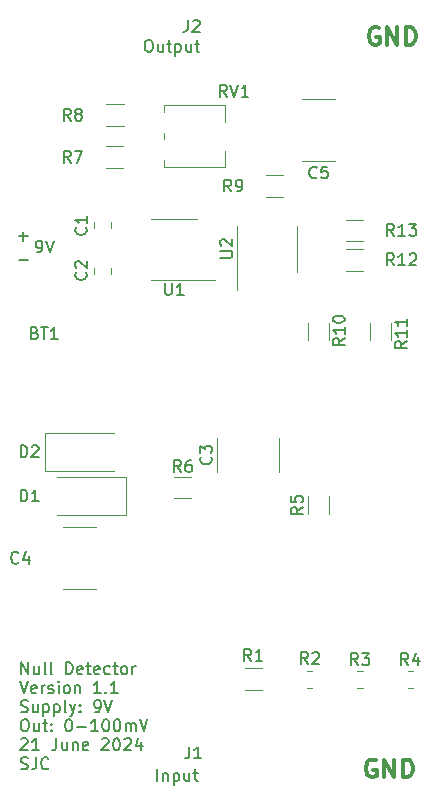
<source format=gbr>
%TF.GenerationSoftware,KiCad,Pcbnew,7.0.10*%
%TF.CreationDate,2024-06-24T21:04:26-04:00*%
%TF.ProjectId,nulldetector,6e756c6c-6465-4746-9563-746f722e6b69,rev?*%
%TF.SameCoordinates,Original*%
%TF.FileFunction,Legend,Top*%
%TF.FilePolarity,Positive*%
%FSLAX46Y46*%
G04 Gerber Fmt 4.6, Leading zero omitted, Abs format (unit mm)*
G04 Created by KiCad (PCBNEW 7.0.10) date 2024-06-24 21:04:26*
%MOMM*%
%LPD*%
G01*
G04 APERTURE LIST*
%ADD10C,0.150000*%
%ADD11C,0.300000*%
%ADD12C,0.120000*%
G04 APERTURE END LIST*
D10*
X138586779Y-147869819D02*
X138586779Y-146869819D01*
X139062969Y-147203152D02*
X139062969Y-147869819D01*
X139062969Y-147298390D02*
X139110588Y-147250771D01*
X139110588Y-147250771D02*
X139205826Y-147203152D01*
X139205826Y-147203152D02*
X139348683Y-147203152D01*
X139348683Y-147203152D02*
X139443921Y-147250771D01*
X139443921Y-147250771D02*
X139491540Y-147346009D01*
X139491540Y-147346009D02*
X139491540Y-147869819D01*
X139967731Y-147203152D02*
X139967731Y-148203152D01*
X139967731Y-147250771D02*
X140062969Y-147203152D01*
X140062969Y-147203152D02*
X140253445Y-147203152D01*
X140253445Y-147203152D02*
X140348683Y-147250771D01*
X140348683Y-147250771D02*
X140396302Y-147298390D01*
X140396302Y-147298390D02*
X140443921Y-147393628D01*
X140443921Y-147393628D02*
X140443921Y-147679342D01*
X140443921Y-147679342D02*
X140396302Y-147774580D01*
X140396302Y-147774580D02*
X140348683Y-147822200D01*
X140348683Y-147822200D02*
X140253445Y-147869819D01*
X140253445Y-147869819D02*
X140062969Y-147869819D01*
X140062969Y-147869819D02*
X139967731Y-147822200D01*
X141301064Y-147203152D02*
X141301064Y-147869819D01*
X140872493Y-147203152D02*
X140872493Y-147726961D01*
X140872493Y-147726961D02*
X140920112Y-147822200D01*
X140920112Y-147822200D02*
X141015350Y-147869819D01*
X141015350Y-147869819D02*
X141158207Y-147869819D01*
X141158207Y-147869819D02*
X141253445Y-147822200D01*
X141253445Y-147822200D02*
X141301064Y-147774580D01*
X141634398Y-147203152D02*
X142015350Y-147203152D01*
X141777255Y-146869819D02*
X141777255Y-147726961D01*
X141777255Y-147726961D02*
X141824874Y-147822200D01*
X141824874Y-147822200D02*
X141920112Y-147869819D01*
X141920112Y-147869819D02*
X142015350Y-147869819D01*
X127086779Y-138819819D02*
X127086779Y-137819819D01*
X127086779Y-137819819D02*
X127658207Y-138819819D01*
X127658207Y-138819819D02*
X127658207Y-137819819D01*
X128562969Y-138153152D02*
X128562969Y-138819819D01*
X128134398Y-138153152D02*
X128134398Y-138676961D01*
X128134398Y-138676961D02*
X128182017Y-138772200D01*
X128182017Y-138772200D02*
X128277255Y-138819819D01*
X128277255Y-138819819D02*
X128420112Y-138819819D01*
X128420112Y-138819819D02*
X128515350Y-138772200D01*
X128515350Y-138772200D02*
X128562969Y-138724580D01*
X129182017Y-138819819D02*
X129086779Y-138772200D01*
X129086779Y-138772200D02*
X129039160Y-138676961D01*
X129039160Y-138676961D02*
X129039160Y-137819819D01*
X129705827Y-138819819D02*
X129610589Y-138772200D01*
X129610589Y-138772200D02*
X129562970Y-138676961D01*
X129562970Y-138676961D02*
X129562970Y-137819819D01*
X130848685Y-138819819D02*
X130848685Y-137819819D01*
X130848685Y-137819819D02*
X131086780Y-137819819D01*
X131086780Y-137819819D02*
X131229637Y-137867438D01*
X131229637Y-137867438D02*
X131324875Y-137962676D01*
X131324875Y-137962676D02*
X131372494Y-138057914D01*
X131372494Y-138057914D02*
X131420113Y-138248390D01*
X131420113Y-138248390D02*
X131420113Y-138391247D01*
X131420113Y-138391247D02*
X131372494Y-138581723D01*
X131372494Y-138581723D02*
X131324875Y-138676961D01*
X131324875Y-138676961D02*
X131229637Y-138772200D01*
X131229637Y-138772200D02*
X131086780Y-138819819D01*
X131086780Y-138819819D02*
X130848685Y-138819819D01*
X132229637Y-138772200D02*
X132134399Y-138819819D01*
X132134399Y-138819819D02*
X131943923Y-138819819D01*
X131943923Y-138819819D02*
X131848685Y-138772200D01*
X131848685Y-138772200D02*
X131801066Y-138676961D01*
X131801066Y-138676961D02*
X131801066Y-138296009D01*
X131801066Y-138296009D02*
X131848685Y-138200771D01*
X131848685Y-138200771D02*
X131943923Y-138153152D01*
X131943923Y-138153152D02*
X132134399Y-138153152D01*
X132134399Y-138153152D02*
X132229637Y-138200771D01*
X132229637Y-138200771D02*
X132277256Y-138296009D01*
X132277256Y-138296009D02*
X132277256Y-138391247D01*
X132277256Y-138391247D02*
X131801066Y-138486485D01*
X132562971Y-138153152D02*
X132943923Y-138153152D01*
X132705828Y-137819819D02*
X132705828Y-138676961D01*
X132705828Y-138676961D02*
X132753447Y-138772200D01*
X132753447Y-138772200D02*
X132848685Y-138819819D01*
X132848685Y-138819819D02*
X132943923Y-138819819D01*
X133658209Y-138772200D02*
X133562971Y-138819819D01*
X133562971Y-138819819D02*
X133372495Y-138819819D01*
X133372495Y-138819819D02*
X133277257Y-138772200D01*
X133277257Y-138772200D02*
X133229638Y-138676961D01*
X133229638Y-138676961D02*
X133229638Y-138296009D01*
X133229638Y-138296009D02*
X133277257Y-138200771D01*
X133277257Y-138200771D02*
X133372495Y-138153152D01*
X133372495Y-138153152D02*
X133562971Y-138153152D01*
X133562971Y-138153152D02*
X133658209Y-138200771D01*
X133658209Y-138200771D02*
X133705828Y-138296009D01*
X133705828Y-138296009D02*
X133705828Y-138391247D01*
X133705828Y-138391247D02*
X133229638Y-138486485D01*
X134562971Y-138772200D02*
X134467733Y-138819819D01*
X134467733Y-138819819D02*
X134277257Y-138819819D01*
X134277257Y-138819819D02*
X134182019Y-138772200D01*
X134182019Y-138772200D02*
X134134400Y-138724580D01*
X134134400Y-138724580D02*
X134086781Y-138629342D01*
X134086781Y-138629342D02*
X134086781Y-138343628D01*
X134086781Y-138343628D02*
X134134400Y-138248390D01*
X134134400Y-138248390D02*
X134182019Y-138200771D01*
X134182019Y-138200771D02*
X134277257Y-138153152D01*
X134277257Y-138153152D02*
X134467733Y-138153152D01*
X134467733Y-138153152D02*
X134562971Y-138200771D01*
X134848686Y-138153152D02*
X135229638Y-138153152D01*
X134991543Y-137819819D02*
X134991543Y-138676961D01*
X134991543Y-138676961D02*
X135039162Y-138772200D01*
X135039162Y-138772200D02*
X135134400Y-138819819D01*
X135134400Y-138819819D02*
X135229638Y-138819819D01*
X135705829Y-138819819D02*
X135610591Y-138772200D01*
X135610591Y-138772200D02*
X135562972Y-138724580D01*
X135562972Y-138724580D02*
X135515353Y-138629342D01*
X135515353Y-138629342D02*
X135515353Y-138343628D01*
X135515353Y-138343628D02*
X135562972Y-138248390D01*
X135562972Y-138248390D02*
X135610591Y-138200771D01*
X135610591Y-138200771D02*
X135705829Y-138153152D01*
X135705829Y-138153152D02*
X135848686Y-138153152D01*
X135848686Y-138153152D02*
X135943924Y-138200771D01*
X135943924Y-138200771D02*
X135991543Y-138248390D01*
X135991543Y-138248390D02*
X136039162Y-138343628D01*
X136039162Y-138343628D02*
X136039162Y-138629342D01*
X136039162Y-138629342D02*
X135991543Y-138724580D01*
X135991543Y-138724580D02*
X135943924Y-138772200D01*
X135943924Y-138772200D02*
X135848686Y-138819819D01*
X135848686Y-138819819D02*
X135705829Y-138819819D01*
X136467734Y-138819819D02*
X136467734Y-138153152D01*
X136467734Y-138343628D02*
X136515353Y-138248390D01*
X136515353Y-138248390D02*
X136562972Y-138200771D01*
X136562972Y-138200771D02*
X136658210Y-138153152D01*
X136658210Y-138153152D02*
X136753448Y-138153152D01*
X126943922Y-139429819D02*
X127277255Y-140429819D01*
X127277255Y-140429819D02*
X127610588Y-139429819D01*
X128324874Y-140382200D02*
X128229636Y-140429819D01*
X128229636Y-140429819D02*
X128039160Y-140429819D01*
X128039160Y-140429819D02*
X127943922Y-140382200D01*
X127943922Y-140382200D02*
X127896303Y-140286961D01*
X127896303Y-140286961D02*
X127896303Y-139906009D01*
X127896303Y-139906009D02*
X127943922Y-139810771D01*
X127943922Y-139810771D02*
X128039160Y-139763152D01*
X128039160Y-139763152D02*
X128229636Y-139763152D01*
X128229636Y-139763152D02*
X128324874Y-139810771D01*
X128324874Y-139810771D02*
X128372493Y-139906009D01*
X128372493Y-139906009D02*
X128372493Y-140001247D01*
X128372493Y-140001247D02*
X127896303Y-140096485D01*
X128801065Y-140429819D02*
X128801065Y-139763152D01*
X128801065Y-139953628D02*
X128848684Y-139858390D01*
X128848684Y-139858390D02*
X128896303Y-139810771D01*
X128896303Y-139810771D02*
X128991541Y-139763152D01*
X128991541Y-139763152D02*
X129086779Y-139763152D01*
X129372494Y-140382200D02*
X129467732Y-140429819D01*
X129467732Y-140429819D02*
X129658208Y-140429819D01*
X129658208Y-140429819D02*
X129753446Y-140382200D01*
X129753446Y-140382200D02*
X129801065Y-140286961D01*
X129801065Y-140286961D02*
X129801065Y-140239342D01*
X129801065Y-140239342D02*
X129753446Y-140144104D01*
X129753446Y-140144104D02*
X129658208Y-140096485D01*
X129658208Y-140096485D02*
X129515351Y-140096485D01*
X129515351Y-140096485D02*
X129420113Y-140048866D01*
X129420113Y-140048866D02*
X129372494Y-139953628D01*
X129372494Y-139953628D02*
X129372494Y-139906009D01*
X129372494Y-139906009D02*
X129420113Y-139810771D01*
X129420113Y-139810771D02*
X129515351Y-139763152D01*
X129515351Y-139763152D02*
X129658208Y-139763152D01*
X129658208Y-139763152D02*
X129753446Y-139810771D01*
X130229637Y-140429819D02*
X130229637Y-139763152D01*
X130229637Y-139429819D02*
X130182018Y-139477438D01*
X130182018Y-139477438D02*
X130229637Y-139525057D01*
X130229637Y-139525057D02*
X130277256Y-139477438D01*
X130277256Y-139477438D02*
X130229637Y-139429819D01*
X130229637Y-139429819D02*
X130229637Y-139525057D01*
X130848684Y-140429819D02*
X130753446Y-140382200D01*
X130753446Y-140382200D02*
X130705827Y-140334580D01*
X130705827Y-140334580D02*
X130658208Y-140239342D01*
X130658208Y-140239342D02*
X130658208Y-139953628D01*
X130658208Y-139953628D02*
X130705827Y-139858390D01*
X130705827Y-139858390D02*
X130753446Y-139810771D01*
X130753446Y-139810771D02*
X130848684Y-139763152D01*
X130848684Y-139763152D02*
X130991541Y-139763152D01*
X130991541Y-139763152D02*
X131086779Y-139810771D01*
X131086779Y-139810771D02*
X131134398Y-139858390D01*
X131134398Y-139858390D02*
X131182017Y-139953628D01*
X131182017Y-139953628D02*
X131182017Y-140239342D01*
X131182017Y-140239342D02*
X131134398Y-140334580D01*
X131134398Y-140334580D02*
X131086779Y-140382200D01*
X131086779Y-140382200D02*
X130991541Y-140429819D01*
X130991541Y-140429819D02*
X130848684Y-140429819D01*
X131610589Y-139763152D02*
X131610589Y-140429819D01*
X131610589Y-139858390D02*
X131658208Y-139810771D01*
X131658208Y-139810771D02*
X131753446Y-139763152D01*
X131753446Y-139763152D02*
X131896303Y-139763152D01*
X131896303Y-139763152D02*
X131991541Y-139810771D01*
X131991541Y-139810771D02*
X132039160Y-139906009D01*
X132039160Y-139906009D02*
X132039160Y-140429819D01*
X133801065Y-140429819D02*
X133229637Y-140429819D01*
X133515351Y-140429819D02*
X133515351Y-139429819D01*
X133515351Y-139429819D02*
X133420113Y-139572676D01*
X133420113Y-139572676D02*
X133324875Y-139667914D01*
X133324875Y-139667914D02*
X133229637Y-139715533D01*
X134229637Y-140334580D02*
X134277256Y-140382200D01*
X134277256Y-140382200D02*
X134229637Y-140429819D01*
X134229637Y-140429819D02*
X134182018Y-140382200D01*
X134182018Y-140382200D02*
X134229637Y-140334580D01*
X134229637Y-140334580D02*
X134229637Y-140429819D01*
X135229636Y-140429819D02*
X134658208Y-140429819D01*
X134943922Y-140429819D02*
X134943922Y-139429819D01*
X134943922Y-139429819D02*
X134848684Y-139572676D01*
X134848684Y-139572676D02*
X134753446Y-139667914D01*
X134753446Y-139667914D02*
X134658208Y-139715533D01*
X127039160Y-141992200D02*
X127182017Y-142039819D01*
X127182017Y-142039819D02*
X127420112Y-142039819D01*
X127420112Y-142039819D02*
X127515350Y-141992200D01*
X127515350Y-141992200D02*
X127562969Y-141944580D01*
X127562969Y-141944580D02*
X127610588Y-141849342D01*
X127610588Y-141849342D02*
X127610588Y-141754104D01*
X127610588Y-141754104D02*
X127562969Y-141658866D01*
X127562969Y-141658866D02*
X127515350Y-141611247D01*
X127515350Y-141611247D02*
X127420112Y-141563628D01*
X127420112Y-141563628D02*
X127229636Y-141516009D01*
X127229636Y-141516009D02*
X127134398Y-141468390D01*
X127134398Y-141468390D02*
X127086779Y-141420771D01*
X127086779Y-141420771D02*
X127039160Y-141325533D01*
X127039160Y-141325533D02*
X127039160Y-141230295D01*
X127039160Y-141230295D02*
X127086779Y-141135057D01*
X127086779Y-141135057D02*
X127134398Y-141087438D01*
X127134398Y-141087438D02*
X127229636Y-141039819D01*
X127229636Y-141039819D02*
X127467731Y-141039819D01*
X127467731Y-141039819D02*
X127610588Y-141087438D01*
X128467731Y-141373152D02*
X128467731Y-142039819D01*
X128039160Y-141373152D02*
X128039160Y-141896961D01*
X128039160Y-141896961D02*
X128086779Y-141992200D01*
X128086779Y-141992200D02*
X128182017Y-142039819D01*
X128182017Y-142039819D02*
X128324874Y-142039819D01*
X128324874Y-142039819D02*
X128420112Y-141992200D01*
X128420112Y-141992200D02*
X128467731Y-141944580D01*
X128943922Y-141373152D02*
X128943922Y-142373152D01*
X128943922Y-141420771D02*
X129039160Y-141373152D01*
X129039160Y-141373152D02*
X129229636Y-141373152D01*
X129229636Y-141373152D02*
X129324874Y-141420771D01*
X129324874Y-141420771D02*
X129372493Y-141468390D01*
X129372493Y-141468390D02*
X129420112Y-141563628D01*
X129420112Y-141563628D02*
X129420112Y-141849342D01*
X129420112Y-141849342D02*
X129372493Y-141944580D01*
X129372493Y-141944580D02*
X129324874Y-141992200D01*
X129324874Y-141992200D02*
X129229636Y-142039819D01*
X129229636Y-142039819D02*
X129039160Y-142039819D01*
X129039160Y-142039819D02*
X128943922Y-141992200D01*
X129848684Y-141373152D02*
X129848684Y-142373152D01*
X129848684Y-141420771D02*
X129943922Y-141373152D01*
X129943922Y-141373152D02*
X130134398Y-141373152D01*
X130134398Y-141373152D02*
X130229636Y-141420771D01*
X130229636Y-141420771D02*
X130277255Y-141468390D01*
X130277255Y-141468390D02*
X130324874Y-141563628D01*
X130324874Y-141563628D02*
X130324874Y-141849342D01*
X130324874Y-141849342D02*
X130277255Y-141944580D01*
X130277255Y-141944580D02*
X130229636Y-141992200D01*
X130229636Y-141992200D02*
X130134398Y-142039819D01*
X130134398Y-142039819D02*
X129943922Y-142039819D01*
X129943922Y-142039819D02*
X129848684Y-141992200D01*
X130896303Y-142039819D02*
X130801065Y-141992200D01*
X130801065Y-141992200D02*
X130753446Y-141896961D01*
X130753446Y-141896961D02*
X130753446Y-141039819D01*
X131182018Y-141373152D02*
X131420113Y-142039819D01*
X131658208Y-141373152D02*
X131420113Y-142039819D01*
X131420113Y-142039819D02*
X131324875Y-142277914D01*
X131324875Y-142277914D02*
X131277256Y-142325533D01*
X131277256Y-142325533D02*
X131182018Y-142373152D01*
X132039161Y-141944580D02*
X132086780Y-141992200D01*
X132086780Y-141992200D02*
X132039161Y-142039819D01*
X132039161Y-142039819D02*
X131991542Y-141992200D01*
X131991542Y-141992200D02*
X132039161Y-141944580D01*
X132039161Y-141944580D02*
X132039161Y-142039819D01*
X132039161Y-141420771D02*
X132086780Y-141468390D01*
X132086780Y-141468390D02*
X132039161Y-141516009D01*
X132039161Y-141516009D02*
X131991542Y-141468390D01*
X131991542Y-141468390D02*
X132039161Y-141420771D01*
X132039161Y-141420771D02*
X132039161Y-141516009D01*
X133324875Y-142039819D02*
X133515351Y-142039819D01*
X133515351Y-142039819D02*
X133610589Y-141992200D01*
X133610589Y-141992200D02*
X133658208Y-141944580D01*
X133658208Y-141944580D02*
X133753446Y-141801723D01*
X133753446Y-141801723D02*
X133801065Y-141611247D01*
X133801065Y-141611247D02*
X133801065Y-141230295D01*
X133801065Y-141230295D02*
X133753446Y-141135057D01*
X133753446Y-141135057D02*
X133705827Y-141087438D01*
X133705827Y-141087438D02*
X133610589Y-141039819D01*
X133610589Y-141039819D02*
X133420113Y-141039819D01*
X133420113Y-141039819D02*
X133324875Y-141087438D01*
X133324875Y-141087438D02*
X133277256Y-141135057D01*
X133277256Y-141135057D02*
X133229637Y-141230295D01*
X133229637Y-141230295D02*
X133229637Y-141468390D01*
X133229637Y-141468390D02*
X133277256Y-141563628D01*
X133277256Y-141563628D02*
X133324875Y-141611247D01*
X133324875Y-141611247D02*
X133420113Y-141658866D01*
X133420113Y-141658866D02*
X133610589Y-141658866D01*
X133610589Y-141658866D02*
X133705827Y-141611247D01*
X133705827Y-141611247D02*
X133753446Y-141563628D01*
X133753446Y-141563628D02*
X133801065Y-141468390D01*
X134086780Y-141039819D02*
X134420113Y-142039819D01*
X134420113Y-142039819D02*
X134753446Y-141039819D01*
X127277255Y-142649819D02*
X127467731Y-142649819D01*
X127467731Y-142649819D02*
X127562969Y-142697438D01*
X127562969Y-142697438D02*
X127658207Y-142792676D01*
X127658207Y-142792676D02*
X127705826Y-142983152D01*
X127705826Y-142983152D02*
X127705826Y-143316485D01*
X127705826Y-143316485D02*
X127658207Y-143506961D01*
X127658207Y-143506961D02*
X127562969Y-143602200D01*
X127562969Y-143602200D02*
X127467731Y-143649819D01*
X127467731Y-143649819D02*
X127277255Y-143649819D01*
X127277255Y-143649819D02*
X127182017Y-143602200D01*
X127182017Y-143602200D02*
X127086779Y-143506961D01*
X127086779Y-143506961D02*
X127039160Y-143316485D01*
X127039160Y-143316485D02*
X127039160Y-142983152D01*
X127039160Y-142983152D02*
X127086779Y-142792676D01*
X127086779Y-142792676D02*
X127182017Y-142697438D01*
X127182017Y-142697438D02*
X127277255Y-142649819D01*
X128562969Y-142983152D02*
X128562969Y-143649819D01*
X128134398Y-142983152D02*
X128134398Y-143506961D01*
X128134398Y-143506961D02*
X128182017Y-143602200D01*
X128182017Y-143602200D02*
X128277255Y-143649819D01*
X128277255Y-143649819D02*
X128420112Y-143649819D01*
X128420112Y-143649819D02*
X128515350Y-143602200D01*
X128515350Y-143602200D02*
X128562969Y-143554580D01*
X128896303Y-142983152D02*
X129277255Y-142983152D01*
X129039160Y-142649819D02*
X129039160Y-143506961D01*
X129039160Y-143506961D02*
X129086779Y-143602200D01*
X129086779Y-143602200D02*
X129182017Y-143649819D01*
X129182017Y-143649819D02*
X129277255Y-143649819D01*
X129610589Y-143554580D02*
X129658208Y-143602200D01*
X129658208Y-143602200D02*
X129610589Y-143649819D01*
X129610589Y-143649819D02*
X129562970Y-143602200D01*
X129562970Y-143602200D02*
X129610589Y-143554580D01*
X129610589Y-143554580D02*
X129610589Y-143649819D01*
X129610589Y-143030771D02*
X129658208Y-143078390D01*
X129658208Y-143078390D02*
X129610589Y-143126009D01*
X129610589Y-143126009D02*
X129562970Y-143078390D01*
X129562970Y-143078390D02*
X129610589Y-143030771D01*
X129610589Y-143030771D02*
X129610589Y-143126009D01*
X131039160Y-142649819D02*
X131134398Y-142649819D01*
X131134398Y-142649819D02*
X131229636Y-142697438D01*
X131229636Y-142697438D02*
X131277255Y-142745057D01*
X131277255Y-142745057D02*
X131324874Y-142840295D01*
X131324874Y-142840295D02*
X131372493Y-143030771D01*
X131372493Y-143030771D02*
X131372493Y-143268866D01*
X131372493Y-143268866D02*
X131324874Y-143459342D01*
X131324874Y-143459342D02*
X131277255Y-143554580D01*
X131277255Y-143554580D02*
X131229636Y-143602200D01*
X131229636Y-143602200D02*
X131134398Y-143649819D01*
X131134398Y-143649819D02*
X131039160Y-143649819D01*
X131039160Y-143649819D02*
X130943922Y-143602200D01*
X130943922Y-143602200D02*
X130896303Y-143554580D01*
X130896303Y-143554580D02*
X130848684Y-143459342D01*
X130848684Y-143459342D02*
X130801065Y-143268866D01*
X130801065Y-143268866D02*
X130801065Y-143030771D01*
X130801065Y-143030771D02*
X130848684Y-142840295D01*
X130848684Y-142840295D02*
X130896303Y-142745057D01*
X130896303Y-142745057D02*
X130943922Y-142697438D01*
X130943922Y-142697438D02*
X131039160Y-142649819D01*
X131801065Y-143268866D02*
X132562970Y-143268866D01*
X133562969Y-143649819D02*
X132991541Y-143649819D01*
X133277255Y-143649819D02*
X133277255Y-142649819D01*
X133277255Y-142649819D02*
X133182017Y-142792676D01*
X133182017Y-142792676D02*
X133086779Y-142887914D01*
X133086779Y-142887914D02*
X132991541Y-142935533D01*
X134182017Y-142649819D02*
X134277255Y-142649819D01*
X134277255Y-142649819D02*
X134372493Y-142697438D01*
X134372493Y-142697438D02*
X134420112Y-142745057D01*
X134420112Y-142745057D02*
X134467731Y-142840295D01*
X134467731Y-142840295D02*
X134515350Y-143030771D01*
X134515350Y-143030771D02*
X134515350Y-143268866D01*
X134515350Y-143268866D02*
X134467731Y-143459342D01*
X134467731Y-143459342D02*
X134420112Y-143554580D01*
X134420112Y-143554580D02*
X134372493Y-143602200D01*
X134372493Y-143602200D02*
X134277255Y-143649819D01*
X134277255Y-143649819D02*
X134182017Y-143649819D01*
X134182017Y-143649819D02*
X134086779Y-143602200D01*
X134086779Y-143602200D02*
X134039160Y-143554580D01*
X134039160Y-143554580D02*
X133991541Y-143459342D01*
X133991541Y-143459342D02*
X133943922Y-143268866D01*
X133943922Y-143268866D02*
X133943922Y-143030771D01*
X133943922Y-143030771D02*
X133991541Y-142840295D01*
X133991541Y-142840295D02*
X134039160Y-142745057D01*
X134039160Y-142745057D02*
X134086779Y-142697438D01*
X134086779Y-142697438D02*
X134182017Y-142649819D01*
X135134398Y-142649819D02*
X135229636Y-142649819D01*
X135229636Y-142649819D02*
X135324874Y-142697438D01*
X135324874Y-142697438D02*
X135372493Y-142745057D01*
X135372493Y-142745057D02*
X135420112Y-142840295D01*
X135420112Y-142840295D02*
X135467731Y-143030771D01*
X135467731Y-143030771D02*
X135467731Y-143268866D01*
X135467731Y-143268866D02*
X135420112Y-143459342D01*
X135420112Y-143459342D02*
X135372493Y-143554580D01*
X135372493Y-143554580D02*
X135324874Y-143602200D01*
X135324874Y-143602200D02*
X135229636Y-143649819D01*
X135229636Y-143649819D02*
X135134398Y-143649819D01*
X135134398Y-143649819D02*
X135039160Y-143602200D01*
X135039160Y-143602200D02*
X134991541Y-143554580D01*
X134991541Y-143554580D02*
X134943922Y-143459342D01*
X134943922Y-143459342D02*
X134896303Y-143268866D01*
X134896303Y-143268866D02*
X134896303Y-143030771D01*
X134896303Y-143030771D02*
X134943922Y-142840295D01*
X134943922Y-142840295D02*
X134991541Y-142745057D01*
X134991541Y-142745057D02*
X135039160Y-142697438D01*
X135039160Y-142697438D02*
X135134398Y-142649819D01*
X135896303Y-143649819D02*
X135896303Y-142983152D01*
X135896303Y-143078390D02*
X135943922Y-143030771D01*
X135943922Y-143030771D02*
X136039160Y-142983152D01*
X136039160Y-142983152D02*
X136182017Y-142983152D01*
X136182017Y-142983152D02*
X136277255Y-143030771D01*
X136277255Y-143030771D02*
X136324874Y-143126009D01*
X136324874Y-143126009D02*
X136324874Y-143649819D01*
X136324874Y-143126009D02*
X136372493Y-143030771D01*
X136372493Y-143030771D02*
X136467731Y-142983152D01*
X136467731Y-142983152D02*
X136610588Y-142983152D01*
X136610588Y-142983152D02*
X136705827Y-143030771D01*
X136705827Y-143030771D02*
X136753446Y-143126009D01*
X136753446Y-143126009D02*
X136753446Y-143649819D01*
X137086779Y-142649819D02*
X137420112Y-143649819D01*
X137420112Y-143649819D02*
X137753445Y-142649819D01*
X127039160Y-144355057D02*
X127086779Y-144307438D01*
X127086779Y-144307438D02*
X127182017Y-144259819D01*
X127182017Y-144259819D02*
X127420112Y-144259819D01*
X127420112Y-144259819D02*
X127515350Y-144307438D01*
X127515350Y-144307438D02*
X127562969Y-144355057D01*
X127562969Y-144355057D02*
X127610588Y-144450295D01*
X127610588Y-144450295D02*
X127610588Y-144545533D01*
X127610588Y-144545533D02*
X127562969Y-144688390D01*
X127562969Y-144688390D02*
X126991541Y-145259819D01*
X126991541Y-145259819D02*
X127610588Y-145259819D01*
X128562969Y-145259819D02*
X127991541Y-145259819D01*
X128277255Y-145259819D02*
X128277255Y-144259819D01*
X128277255Y-144259819D02*
X128182017Y-144402676D01*
X128182017Y-144402676D02*
X128086779Y-144497914D01*
X128086779Y-144497914D02*
X127991541Y-144545533D01*
X130039160Y-144259819D02*
X130039160Y-144974104D01*
X130039160Y-144974104D02*
X129991541Y-145116961D01*
X129991541Y-145116961D02*
X129896303Y-145212200D01*
X129896303Y-145212200D02*
X129753446Y-145259819D01*
X129753446Y-145259819D02*
X129658208Y-145259819D01*
X130943922Y-144593152D02*
X130943922Y-145259819D01*
X130515351Y-144593152D02*
X130515351Y-145116961D01*
X130515351Y-145116961D02*
X130562970Y-145212200D01*
X130562970Y-145212200D02*
X130658208Y-145259819D01*
X130658208Y-145259819D02*
X130801065Y-145259819D01*
X130801065Y-145259819D02*
X130896303Y-145212200D01*
X130896303Y-145212200D02*
X130943922Y-145164580D01*
X131420113Y-144593152D02*
X131420113Y-145259819D01*
X131420113Y-144688390D02*
X131467732Y-144640771D01*
X131467732Y-144640771D02*
X131562970Y-144593152D01*
X131562970Y-144593152D02*
X131705827Y-144593152D01*
X131705827Y-144593152D02*
X131801065Y-144640771D01*
X131801065Y-144640771D02*
X131848684Y-144736009D01*
X131848684Y-144736009D02*
X131848684Y-145259819D01*
X132705827Y-145212200D02*
X132610589Y-145259819D01*
X132610589Y-145259819D02*
X132420113Y-145259819D01*
X132420113Y-145259819D02*
X132324875Y-145212200D01*
X132324875Y-145212200D02*
X132277256Y-145116961D01*
X132277256Y-145116961D02*
X132277256Y-144736009D01*
X132277256Y-144736009D02*
X132324875Y-144640771D01*
X132324875Y-144640771D02*
X132420113Y-144593152D01*
X132420113Y-144593152D02*
X132610589Y-144593152D01*
X132610589Y-144593152D02*
X132705827Y-144640771D01*
X132705827Y-144640771D02*
X132753446Y-144736009D01*
X132753446Y-144736009D02*
X132753446Y-144831247D01*
X132753446Y-144831247D02*
X132277256Y-144926485D01*
X133896304Y-144355057D02*
X133943923Y-144307438D01*
X133943923Y-144307438D02*
X134039161Y-144259819D01*
X134039161Y-144259819D02*
X134277256Y-144259819D01*
X134277256Y-144259819D02*
X134372494Y-144307438D01*
X134372494Y-144307438D02*
X134420113Y-144355057D01*
X134420113Y-144355057D02*
X134467732Y-144450295D01*
X134467732Y-144450295D02*
X134467732Y-144545533D01*
X134467732Y-144545533D02*
X134420113Y-144688390D01*
X134420113Y-144688390D02*
X133848685Y-145259819D01*
X133848685Y-145259819D02*
X134467732Y-145259819D01*
X135086780Y-144259819D02*
X135182018Y-144259819D01*
X135182018Y-144259819D02*
X135277256Y-144307438D01*
X135277256Y-144307438D02*
X135324875Y-144355057D01*
X135324875Y-144355057D02*
X135372494Y-144450295D01*
X135372494Y-144450295D02*
X135420113Y-144640771D01*
X135420113Y-144640771D02*
X135420113Y-144878866D01*
X135420113Y-144878866D02*
X135372494Y-145069342D01*
X135372494Y-145069342D02*
X135324875Y-145164580D01*
X135324875Y-145164580D02*
X135277256Y-145212200D01*
X135277256Y-145212200D02*
X135182018Y-145259819D01*
X135182018Y-145259819D02*
X135086780Y-145259819D01*
X135086780Y-145259819D02*
X134991542Y-145212200D01*
X134991542Y-145212200D02*
X134943923Y-145164580D01*
X134943923Y-145164580D02*
X134896304Y-145069342D01*
X134896304Y-145069342D02*
X134848685Y-144878866D01*
X134848685Y-144878866D02*
X134848685Y-144640771D01*
X134848685Y-144640771D02*
X134896304Y-144450295D01*
X134896304Y-144450295D02*
X134943923Y-144355057D01*
X134943923Y-144355057D02*
X134991542Y-144307438D01*
X134991542Y-144307438D02*
X135086780Y-144259819D01*
X135801066Y-144355057D02*
X135848685Y-144307438D01*
X135848685Y-144307438D02*
X135943923Y-144259819D01*
X135943923Y-144259819D02*
X136182018Y-144259819D01*
X136182018Y-144259819D02*
X136277256Y-144307438D01*
X136277256Y-144307438D02*
X136324875Y-144355057D01*
X136324875Y-144355057D02*
X136372494Y-144450295D01*
X136372494Y-144450295D02*
X136372494Y-144545533D01*
X136372494Y-144545533D02*
X136324875Y-144688390D01*
X136324875Y-144688390D02*
X135753447Y-145259819D01*
X135753447Y-145259819D02*
X136372494Y-145259819D01*
X137229637Y-144593152D02*
X137229637Y-145259819D01*
X136991542Y-144212200D02*
X136753447Y-144926485D01*
X136753447Y-144926485D02*
X137372494Y-144926485D01*
X127039160Y-146822200D02*
X127182017Y-146869819D01*
X127182017Y-146869819D02*
X127420112Y-146869819D01*
X127420112Y-146869819D02*
X127515350Y-146822200D01*
X127515350Y-146822200D02*
X127562969Y-146774580D01*
X127562969Y-146774580D02*
X127610588Y-146679342D01*
X127610588Y-146679342D02*
X127610588Y-146584104D01*
X127610588Y-146584104D02*
X127562969Y-146488866D01*
X127562969Y-146488866D02*
X127515350Y-146441247D01*
X127515350Y-146441247D02*
X127420112Y-146393628D01*
X127420112Y-146393628D02*
X127229636Y-146346009D01*
X127229636Y-146346009D02*
X127134398Y-146298390D01*
X127134398Y-146298390D02*
X127086779Y-146250771D01*
X127086779Y-146250771D02*
X127039160Y-146155533D01*
X127039160Y-146155533D02*
X127039160Y-146060295D01*
X127039160Y-146060295D02*
X127086779Y-145965057D01*
X127086779Y-145965057D02*
X127134398Y-145917438D01*
X127134398Y-145917438D02*
X127229636Y-145869819D01*
X127229636Y-145869819D02*
X127467731Y-145869819D01*
X127467731Y-145869819D02*
X127610588Y-145917438D01*
X128324874Y-145869819D02*
X128324874Y-146584104D01*
X128324874Y-146584104D02*
X128277255Y-146726961D01*
X128277255Y-146726961D02*
X128182017Y-146822200D01*
X128182017Y-146822200D02*
X128039160Y-146869819D01*
X128039160Y-146869819D02*
X127943922Y-146869819D01*
X129372493Y-146774580D02*
X129324874Y-146822200D01*
X129324874Y-146822200D02*
X129182017Y-146869819D01*
X129182017Y-146869819D02*
X129086779Y-146869819D01*
X129086779Y-146869819D02*
X128943922Y-146822200D01*
X128943922Y-146822200D02*
X128848684Y-146726961D01*
X128848684Y-146726961D02*
X128801065Y-146631723D01*
X128801065Y-146631723D02*
X128753446Y-146441247D01*
X128753446Y-146441247D02*
X128753446Y-146298390D01*
X128753446Y-146298390D02*
X128801065Y-146107914D01*
X128801065Y-146107914D02*
X128848684Y-146012676D01*
X128848684Y-146012676D02*
X128943922Y-145917438D01*
X128943922Y-145917438D02*
X129086779Y-145869819D01*
X129086779Y-145869819D02*
X129182017Y-145869819D01*
X129182017Y-145869819D02*
X129324874Y-145917438D01*
X129324874Y-145917438D02*
X129372493Y-145965057D01*
X126836779Y-101738866D02*
X127598684Y-101738866D01*
X127217731Y-102119819D02*
X127217731Y-101357914D01*
D11*
X157340225Y-84122257D02*
X157197368Y-84050828D01*
X157197368Y-84050828D02*
X156983082Y-84050828D01*
X156983082Y-84050828D02*
X156768796Y-84122257D01*
X156768796Y-84122257D02*
X156625939Y-84265114D01*
X156625939Y-84265114D02*
X156554510Y-84407971D01*
X156554510Y-84407971D02*
X156483082Y-84693685D01*
X156483082Y-84693685D02*
X156483082Y-84907971D01*
X156483082Y-84907971D02*
X156554510Y-85193685D01*
X156554510Y-85193685D02*
X156625939Y-85336542D01*
X156625939Y-85336542D02*
X156768796Y-85479400D01*
X156768796Y-85479400D02*
X156983082Y-85550828D01*
X156983082Y-85550828D02*
X157125939Y-85550828D01*
X157125939Y-85550828D02*
X157340225Y-85479400D01*
X157340225Y-85479400D02*
X157411653Y-85407971D01*
X157411653Y-85407971D02*
X157411653Y-84907971D01*
X157411653Y-84907971D02*
X157125939Y-84907971D01*
X158054510Y-85550828D02*
X158054510Y-84050828D01*
X158054510Y-84050828D02*
X158911653Y-85550828D01*
X158911653Y-85550828D02*
X158911653Y-84050828D01*
X159625939Y-85550828D02*
X159625939Y-84050828D01*
X159625939Y-84050828D02*
X159983082Y-84050828D01*
X159983082Y-84050828D02*
X160197368Y-84122257D01*
X160197368Y-84122257D02*
X160340225Y-84265114D01*
X160340225Y-84265114D02*
X160411654Y-84407971D01*
X160411654Y-84407971D02*
X160483082Y-84693685D01*
X160483082Y-84693685D02*
X160483082Y-84907971D01*
X160483082Y-84907971D02*
X160411654Y-85193685D01*
X160411654Y-85193685D02*
X160340225Y-85336542D01*
X160340225Y-85336542D02*
X160197368Y-85479400D01*
X160197368Y-85479400D02*
X159983082Y-85550828D01*
X159983082Y-85550828D02*
X159625939Y-85550828D01*
X157090225Y-146122257D02*
X156947368Y-146050828D01*
X156947368Y-146050828D02*
X156733082Y-146050828D01*
X156733082Y-146050828D02*
X156518796Y-146122257D01*
X156518796Y-146122257D02*
X156375939Y-146265114D01*
X156375939Y-146265114D02*
X156304510Y-146407971D01*
X156304510Y-146407971D02*
X156233082Y-146693685D01*
X156233082Y-146693685D02*
X156233082Y-146907971D01*
X156233082Y-146907971D02*
X156304510Y-147193685D01*
X156304510Y-147193685D02*
X156375939Y-147336542D01*
X156375939Y-147336542D02*
X156518796Y-147479400D01*
X156518796Y-147479400D02*
X156733082Y-147550828D01*
X156733082Y-147550828D02*
X156875939Y-147550828D01*
X156875939Y-147550828D02*
X157090225Y-147479400D01*
X157090225Y-147479400D02*
X157161653Y-147407971D01*
X157161653Y-147407971D02*
X157161653Y-146907971D01*
X157161653Y-146907971D02*
X156875939Y-146907971D01*
X157804510Y-147550828D02*
X157804510Y-146050828D01*
X157804510Y-146050828D02*
X158661653Y-147550828D01*
X158661653Y-147550828D02*
X158661653Y-146050828D01*
X159375939Y-147550828D02*
X159375939Y-146050828D01*
X159375939Y-146050828D02*
X159733082Y-146050828D01*
X159733082Y-146050828D02*
X159947368Y-146122257D01*
X159947368Y-146122257D02*
X160090225Y-146265114D01*
X160090225Y-146265114D02*
X160161654Y-146407971D01*
X160161654Y-146407971D02*
X160233082Y-146693685D01*
X160233082Y-146693685D02*
X160233082Y-146907971D01*
X160233082Y-146907971D02*
X160161654Y-147193685D01*
X160161654Y-147193685D02*
X160090225Y-147336542D01*
X160090225Y-147336542D02*
X159947368Y-147479400D01*
X159947368Y-147479400D02*
X159733082Y-147550828D01*
X159733082Y-147550828D02*
X159375939Y-147550828D01*
D10*
X128384398Y-103119819D02*
X128574874Y-103119819D01*
X128574874Y-103119819D02*
X128670112Y-103072200D01*
X128670112Y-103072200D02*
X128717731Y-103024580D01*
X128717731Y-103024580D02*
X128812969Y-102881723D01*
X128812969Y-102881723D02*
X128860588Y-102691247D01*
X128860588Y-102691247D02*
X128860588Y-102310295D01*
X128860588Y-102310295D02*
X128812969Y-102215057D01*
X128812969Y-102215057D02*
X128765350Y-102167438D01*
X128765350Y-102167438D02*
X128670112Y-102119819D01*
X128670112Y-102119819D02*
X128479636Y-102119819D01*
X128479636Y-102119819D02*
X128384398Y-102167438D01*
X128384398Y-102167438D02*
X128336779Y-102215057D01*
X128336779Y-102215057D02*
X128289160Y-102310295D01*
X128289160Y-102310295D02*
X128289160Y-102548390D01*
X128289160Y-102548390D02*
X128336779Y-102643628D01*
X128336779Y-102643628D02*
X128384398Y-102691247D01*
X128384398Y-102691247D02*
X128479636Y-102738866D01*
X128479636Y-102738866D02*
X128670112Y-102738866D01*
X128670112Y-102738866D02*
X128765350Y-102691247D01*
X128765350Y-102691247D02*
X128812969Y-102643628D01*
X128812969Y-102643628D02*
X128860588Y-102548390D01*
X129146303Y-102119819D02*
X129479636Y-103119819D01*
X129479636Y-103119819D02*
X129812969Y-102119819D01*
X137777255Y-85119819D02*
X137967731Y-85119819D01*
X137967731Y-85119819D02*
X138062969Y-85167438D01*
X138062969Y-85167438D02*
X138158207Y-85262676D01*
X138158207Y-85262676D02*
X138205826Y-85453152D01*
X138205826Y-85453152D02*
X138205826Y-85786485D01*
X138205826Y-85786485D02*
X138158207Y-85976961D01*
X138158207Y-85976961D02*
X138062969Y-86072200D01*
X138062969Y-86072200D02*
X137967731Y-86119819D01*
X137967731Y-86119819D02*
X137777255Y-86119819D01*
X137777255Y-86119819D02*
X137682017Y-86072200D01*
X137682017Y-86072200D02*
X137586779Y-85976961D01*
X137586779Y-85976961D02*
X137539160Y-85786485D01*
X137539160Y-85786485D02*
X137539160Y-85453152D01*
X137539160Y-85453152D02*
X137586779Y-85262676D01*
X137586779Y-85262676D02*
X137682017Y-85167438D01*
X137682017Y-85167438D02*
X137777255Y-85119819D01*
X139062969Y-85453152D02*
X139062969Y-86119819D01*
X138634398Y-85453152D02*
X138634398Y-85976961D01*
X138634398Y-85976961D02*
X138682017Y-86072200D01*
X138682017Y-86072200D02*
X138777255Y-86119819D01*
X138777255Y-86119819D02*
X138920112Y-86119819D01*
X138920112Y-86119819D02*
X139015350Y-86072200D01*
X139015350Y-86072200D02*
X139062969Y-86024580D01*
X139396303Y-85453152D02*
X139777255Y-85453152D01*
X139539160Y-85119819D02*
X139539160Y-85976961D01*
X139539160Y-85976961D02*
X139586779Y-86072200D01*
X139586779Y-86072200D02*
X139682017Y-86119819D01*
X139682017Y-86119819D02*
X139777255Y-86119819D01*
X140110589Y-85453152D02*
X140110589Y-86453152D01*
X140110589Y-85500771D02*
X140205827Y-85453152D01*
X140205827Y-85453152D02*
X140396303Y-85453152D01*
X140396303Y-85453152D02*
X140491541Y-85500771D01*
X140491541Y-85500771D02*
X140539160Y-85548390D01*
X140539160Y-85548390D02*
X140586779Y-85643628D01*
X140586779Y-85643628D02*
X140586779Y-85929342D01*
X140586779Y-85929342D02*
X140539160Y-86024580D01*
X140539160Y-86024580D02*
X140491541Y-86072200D01*
X140491541Y-86072200D02*
X140396303Y-86119819D01*
X140396303Y-86119819D02*
X140205827Y-86119819D01*
X140205827Y-86119819D02*
X140110589Y-86072200D01*
X141443922Y-85453152D02*
X141443922Y-86119819D01*
X141015351Y-85453152D02*
X141015351Y-85976961D01*
X141015351Y-85976961D02*
X141062970Y-86072200D01*
X141062970Y-86072200D02*
X141158208Y-86119819D01*
X141158208Y-86119819D02*
X141301065Y-86119819D01*
X141301065Y-86119819D02*
X141396303Y-86072200D01*
X141396303Y-86072200D02*
X141443922Y-86024580D01*
X141777256Y-85453152D02*
X142158208Y-85453152D01*
X141920113Y-85119819D02*
X141920113Y-85976961D01*
X141920113Y-85976961D02*
X141967732Y-86072200D01*
X141967732Y-86072200D02*
X142062970Y-86119819D01*
X142062970Y-86119819D02*
X142158208Y-86119819D01*
X126836779Y-103738866D02*
X127598684Y-103738866D01*
X141166666Y-83454819D02*
X141166666Y-84169104D01*
X141166666Y-84169104D02*
X141119047Y-84311961D01*
X141119047Y-84311961D02*
X141023809Y-84407200D01*
X141023809Y-84407200D02*
X140880952Y-84454819D01*
X140880952Y-84454819D02*
X140785714Y-84454819D01*
X141595238Y-83550057D02*
X141642857Y-83502438D01*
X141642857Y-83502438D02*
X141738095Y-83454819D01*
X141738095Y-83454819D02*
X141976190Y-83454819D01*
X141976190Y-83454819D02*
X142071428Y-83502438D01*
X142071428Y-83502438D02*
X142119047Y-83550057D01*
X142119047Y-83550057D02*
X142166666Y-83645295D01*
X142166666Y-83645295D02*
X142166666Y-83740533D01*
X142166666Y-83740533D02*
X142119047Y-83883390D01*
X142119047Y-83883390D02*
X141547619Y-84454819D01*
X141547619Y-84454819D02*
X142166666Y-84454819D01*
X158607142Y-101704819D02*
X158273809Y-101228628D01*
X158035714Y-101704819D02*
X158035714Y-100704819D01*
X158035714Y-100704819D02*
X158416666Y-100704819D01*
X158416666Y-100704819D02*
X158511904Y-100752438D01*
X158511904Y-100752438D02*
X158559523Y-100800057D01*
X158559523Y-100800057D02*
X158607142Y-100895295D01*
X158607142Y-100895295D02*
X158607142Y-101038152D01*
X158607142Y-101038152D02*
X158559523Y-101133390D01*
X158559523Y-101133390D02*
X158511904Y-101181009D01*
X158511904Y-101181009D02*
X158416666Y-101228628D01*
X158416666Y-101228628D02*
X158035714Y-101228628D01*
X159559523Y-101704819D02*
X158988095Y-101704819D01*
X159273809Y-101704819D02*
X159273809Y-100704819D01*
X159273809Y-100704819D02*
X159178571Y-100847676D01*
X159178571Y-100847676D02*
X159083333Y-100942914D01*
X159083333Y-100942914D02*
X158988095Y-100990533D01*
X159892857Y-100704819D02*
X160511904Y-100704819D01*
X160511904Y-100704819D02*
X160178571Y-101085771D01*
X160178571Y-101085771D02*
X160321428Y-101085771D01*
X160321428Y-101085771D02*
X160416666Y-101133390D01*
X160416666Y-101133390D02*
X160464285Y-101181009D01*
X160464285Y-101181009D02*
X160511904Y-101276247D01*
X160511904Y-101276247D02*
X160511904Y-101514342D01*
X160511904Y-101514342D02*
X160464285Y-101609580D01*
X160464285Y-101609580D02*
X160416666Y-101657200D01*
X160416666Y-101657200D02*
X160321428Y-101704819D01*
X160321428Y-101704819D02*
X160035714Y-101704819D01*
X160035714Y-101704819D02*
X159940476Y-101657200D01*
X159940476Y-101657200D02*
X159892857Y-101609580D01*
X154454819Y-110392857D02*
X153978628Y-110726190D01*
X154454819Y-110964285D02*
X153454819Y-110964285D01*
X153454819Y-110964285D02*
X153454819Y-110583333D01*
X153454819Y-110583333D02*
X153502438Y-110488095D01*
X153502438Y-110488095D02*
X153550057Y-110440476D01*
X153550057Y-110440476D02*
X153645295Y-110392857D01*
X153645295Y-110392857D02*
X153788152Y-110392857D01*
X153788152Y-110392857D02*
X153883390Y-110440476D01*
X153883390Y-110440476D02*
X153931009Y-110488095D01*
X153931009Y-110488095D02*
X153978628Y-110583333D01*
X153978628Y-110583333D02*
X153978628Y-110964285D01*
X154454819Y-109440476D02*
X154454819Y-110011904D01*
X154454819Y-109726190D02*
X153454819Y-109726190D01*
X153454819Y-109726190D02*
X153597676Y-109821428D01*
X153597676Y-109821428D02*
X153692914Y-109916666D01*
X153692914Y-109916666D02*
X153740533Y-110011904D01*
X153454819Y-108821428D02*
X153454819Y-108726190D01*
X153454819Y-108726190D02*
X153502438Y-108630952D01*
X153502438Y-108630952D02*
X153550057Y-108583333D01*
X153550057Y-108583333D02*
X153645295Y-108535714D01*
X153645295Y-108535714D02*
X153835771Y-108488095D01*
X153835771Y-108488095D02*
X154073866Y-108488095D01*
X154073866Y-108488095D02*
X154264342Y-108535714D01*
X154264342Y-108535714D02*
X154359580Y-108583333D01*
X154359580Y-108583333D02*
X154407200Y-108630952D01*
X154407200Y-108630952D02*
X154454819Y-108726190D01*
X154454819Y-108726190D02*
X154454819Y-108821428D01*
X154454819Y-108821428D02*
X154407200Y-108916666D01*
X154407200Y-108916666D02*
X154359580Y-108964285D01*
X154359580Y-108964285D02*
X154264342Y-109011904D01*
X154264342Y-109011904D02*
X154073866Y-109059523D01*
X154073866Y-109059523D02*
X153835771Y-109059523D01*
X153835771Y-109059523D02*
X153645295Y-109011904D01*
X153645295Y-109011904D02*
X153550057Y-108964285D01*
X153550057Y-108964285D02*
X153502438Y-108916666D01*
X153502438Y-108916666D02*
X153454819Y-108821428D01*
X144833333Y-97954819D02*
X144500000Y-97478628D01*
X144261905Y-97954819D02*
X144261905Y-96954819D01*
X144261905Y-96954819D02*
X144642857Y-96954819D01*
X144642857Y-96954819D02*
X144738095Y-97002438D01*
X144738095Y-97002438D02*
X144785714Y-97050057D01*
X144785714Y-97050057D02*
X144833333Y-97145295D01*
X144833333Y-97145295D02*
X144833333Y-97288152D01*
X144833333Y-97288152D02*
X144785714Y-97383390D01*
X144785714Y-97383390D02*
X144738095Y-97431009D01*
X144738095Y-97431009D02*
X144642857Y-97478628D01*
X144642857Y-97478628D02*
X144261905Y-97478628D01*
X145309524Y-97954819D02*
X145500000Y-97954819D01*
X145500000Y-97954819D02*
X145595238Y-97907200D01*
X145595238Y-97907200D02*
X145642857Y-97859580D01*
X145642857Y-97859580D02*
X145738095Y-97716723D01*
X145738095Y-97716723D02*
X145785714Y-97526247D01*
X145785714Y-97526247D02*
X145785714Y-97145295D01*
X145785714Y-97145295D02*
X145738095Y-97050057D01*
X145738095Y-97050057D02*
X145690476Y-97002438D01*
X145690476Y-97002438D02*
X145595238Y-96954819D01*
X145595238Y-96954819D02*
X145404762Y-96954819D01*
X145404762Y-96954819D02*
X145309524Y-97002438D01*
X145309524Y-97002438D02*
X145261905Y-97050057D01*
X145261905Y-97050057D02*
X145214286Y-97145295D01*
X145214286Y-97145295D02*
X145214286Y-97383390D01*
X145214286Y-97383390D02*
X145261905Y-97478628D01*
X145261905Y-97478628D02*
X145309524Y-97526247D01*
X145309524Y-97526247D02*
X145404762Y-97573866D01*
X145404762Y-97573866D02*
X145595238Y-97573866D01*
X145595238Y-97573866D02*
X145690476Y-97526247D01*
X145690476Y-97526247D02*
X145738095Y-97478628D01*
X145738095Y-97478628D02*
X145785714Y-97383390D01*
X143919819Y-103556904D02*
X144729342Y-103556904D01*
X144729342Y-103556904D02*
X144824580Y-103509285D01*
X144824580Y-103509285D02*
X144872200Y-103461666D01*
X144872200Y-103461666D02*
X144919819Y-103366428D01*
X144919819Y-103366428D02*
X144919819Y-103175952D01*
X144919819Y-103175952D02*
X144872200Y-103080714D01*
X144872200Y-103080714D02*
X144824580Y-103033095D01*
X144824580Y-103033095D02*
X144729342Y-102985476D01*
X144729342Y-102985476D02*
X143919819Y-102985476D01*
X144015057Y-102556904D02*
X143967438Y-102509285D01*
X143967438Y-102509285D02*
X143919819Y-102414047D01*
X143919819Y-102414047D02*
X143919819Y-102175952D01*
X143919819Y-102175952D02*
X143967438Y-102080714D01*
X143967438Y-102080714D02*
X144015057Y-102033095D01*
X144015057Y-102033095D02*
X144110295Y-101985476D01*
X144110295Y-101985476D02*
X144205533Y-101985476D01*
X144205533Y-101985476D02*
X144348390Y-102033095D01*
X144348390Y-102033095D02*
X144919819Y-102604523D01*
X144919819Y-102604523D02*
X144919819Y-101985476D01*
X152083333Y-96759580D02*
X152035714Y-96807200D01*
X152035714Y-96807200D02*
X151892857Y-96854819D01*
X151892857Y-96854819D02*
X151797619Y-96854819D01*
X151797619Y-96854819D02*
X151654762Y-96807200D01*
X151654762Y-96807200D02*
X151559524Y-96711961D01*
X151559524Y-96711961D02*
X151511905Y-96616723D01*
X151511905Y-96616723D02*
X151464286Y-96426247D01*
X151464286Y-96426247D02*
X151464286Y-96283390D01*
X151464286Y-96283390D02*
X151511905Y-96092914D01*
X151511905Y-96092914D02*
X151559524Y-95997676D01*
X151559524Y-95997676D02*
X151654762Y-95902438D01*
X151654762Y-95902438D02*
X151797619Y-95854819D01*
X151797619Y-95854819D02*
X151892857Y-95854819D01*
X151892857Y-95854819D02*
X152035714Y-95902438D01*
X152035714Y-95902438D02*
X152083333Y-95950057D01*
X152988095Y-95854819D02*
X152511905Y-95854819D01*
X152511905Y-95854819D02*
X152464286Y-96331009D01*
X152464286Y-96331009D02*
X152511905Y-96283390D01*
X152511905Y-96283390D02*
X152607143Y-96235771D01*
X152607143Y-96235771D02*
X152845238Y-96235771D01*
X152845238Y-96235771D02*
X152940476Y-96283390D01*
X152940476Y-96283390D02*
X152988095Y-96331009D01*
X152988095Y-96331009D02*
X153035714Y-96426247D01*
X153035714Y-96426247D02*
X153035714Y-96664342D01*
X153035714Y-96664342D02*
X152988095Y-96759580D01*
X152988095Y-96759580D02*
X152940476Y-96807200D01*
X152940476Y-96807200D02*
X152845238Y-96854819D01*
X152845238Y-96854819D02*
X152607143Y-96854819D01*
X152607143Y-96854819D02*
X152511905Y-96807200D01*
X152511905Y-96807200D02*
X152464286Y-96759580D01*
X140583333Y-121704819D02*
X140250000Y-121228628D01*
X140011905Y-121704819D02*
X140011905Y-120704819D01*
X140011905Y-120704819D02*
X140392857Y-120704819D01*
X140392857Y-120704819D02*
X140488095Y-120752438D01*
X140488095Y-120752438D02*
X140535714Y-120800057D01*
X140535714Y-120800057D02*
X140583333Y-120895295D01*
X140583333Y-120895295D02*
X140583333Y-121038152D01*
X140583333Y-121038152D02*
X140535714Y-121133390D01*
X140535714Y-121133390D02*
X140488095Y-121181009D01*
X140488095Y-121181009D02*
X140392857Y-121228628D01*
X140392857Y-121228628D02*
X140011905Y-121228628D01*
X141440476Y-120704819D02*
X141250000Y-120704819D01*
X141250000Y-120704819D02*
X141154762Y-120752438D01*
X141154762Y-120752438D02*
X141107143Y-120800057D01*
X141107143Y-120800057D02*
X141011905Y-120942914D01*
X141011905Y-120942914D02*
X140964286Y-121133390D01*
X140964286Y-121133390D02*
X140964286Y-121514342D01*
X140964286Y-121514342D02*
X141011905Y-121609580D01*
X141011905Y-121609580D02*
X141059524Y-121657200D01*
X141059524Y-121657200D02*
X141154762Y-121704819D01*
X141154762Y-121704819D02*
X141345238Y-121704819D01*
X141345238Y-121704819D02*
X141440476Y-121657200D01*
X141440476Y-121657200D02*
X141488095Y-121609580D01*
X141488095Y-121609580D02*
X141535714Y-121514342D01*
X141535714Y-121514342D02*
X141535714Y-121276247D01*
X141535714Y-121276247D02*
X141488095Y-121181009D01*
X141488095Y-121181009D02*
X141440476Y-121133390D01*
X141440476Y-121133390D02*
X141345238Y-121085771D01*
X141345238Y-121085771D02*
X141154762Y-121085771D01*
X141154762Y-121085771D02*
X141059524Y-121133390D01*
X141059524Y-121133390D02*
X141011905Y-121181009D01*
X141011905Y-121181009D02*
X140964286Y-121276247D01*
X144482765Y-89922820D02*
X144149432Y-89446629D01*
X143911337Y-89922820D02*
X143911337Y-88922820D01*
X143911337Y-88922820D02*
X144292289Y-88922820D01*
X144292289Y-88922820D02*
X144387527Y-88970439D01*
X144387527Y-88970439D02*
X144435146Y-89018058D01*
X144435146Y-89018058D02*
X144482765Y-89113296D01*
X144482765Y-89113296D02*
X144482765Y-89256153D01*
X144482765Y-89256153D02*
X144435146Y-89351391D01*
X144435146Y-89351391D02*
X144387527Y-89399010D01*
X144387527Y-89399010D02*
X144292289Y-89446629D01*
X144292289Y-89446629D02*
X143911337Y-89446629D01*
X144768480Y-88922820D02*
X145101813Y-89922820D01*
X145101813Y-89922820D02*
X145435146Y-88922820D01*
X146292289Y-89922820D02*
X145720861Y-89922820D01*
X146006575Y-89922820D02*
X146006575Y-88922820D01*
X146006575Y-88922820D02*
X145911337Y-89065677D01*
X145911337Y-89065677D02*
X145816099Y-89160915D01*
X145816099Y-89160915D02*
X145720861Y-89208534D01*
X141296666Y-144954819D02*
X141296666Y-145669104D01*
X141296666Y-145669104D02*
X141249047Y-145811961D01*
X141249047Y-145811961D02*
X141153809Y-145907200D01*
X141153809Y-145907200D02*
X141010952Y-145954819D01*
X141010952Y-145954819D02*
X140915714Y-145954819D01*
X142296666Y-145954819D02*
X141725238Y-145954819D01*
X142010952Y-145954819D02*
X142010952Y-144954819D01*
X142010952Y-144954819D02*
X141915714Y-145097676D01*
X141915714Y-145097676D02*
X141820476Y-145192914D01*
X141820476Y-145192914D02*
X141725238Y-145240533D01*
X159704819Y-110642857D02*
X159228628Y-110976190D01*
X159704819Y-111214285D02*
X158704819Y-111214285D01*
X158704819Y-111214285D02*
X158704819Y-110833333D01*
X158704819Y-110833333D02*
X158752438Y-110738095D01*
X158752438Y-110738095D02*
X158800057Y-110690476D01*
X158800057Y-110690476D02*
X158895295Y-110642857D01*
X158895295Y-110642857D02*
X159038152Y-110642857D01*
X159038152Y-110642857D02*
X159133390Y-110690476D01*
X159133390Y-110690476D02*
X159181009Y-110738095D01*
X159181009Y-110738095D02*
X159228628Y-110833333D01*
X159228628Y-110833333D02*
X159228628Y-111214285D01*
X159704819Y-109690476D02*
X159704819Y-110261904D01*
X159704819Y-109976190D02*
X158704819Y-109976190D01*
X158704819Y-109976190D02*
X158847676Y-110071428D01*
X158847676Y-110071428D02*
X158942914Y-110166666D01*
X158942914Y-110166666D02*
X158990533Y-110261904D01*
X159704819Y-108738095D02*
X159704819Y-109309523D01*
X159704819Y-109023809D02*
X158704819Y-109023809D01*
X158704819Y-109023809D02*
X158847676Y-109119047D01*
X158847676Y-109119047D02*
X158942914Y-109214285D01*
X158942914Y-109214285D02*
X158990533Y-109309523D01*
X143109580Y-120416666D02*
X143157200Y-120464285D01*
X143157200Y-120464285D02*
X143204819Y-120607142D01*
X143204819Y-120607142D02*
X143204819Y-120702380D01*
X143204819Y-120702380D02*
X143157200Y-120845237D01*
X143157200Y-120845237D02*
X143061961Y-120940475D01*
X143061961Y-120940475D02*
X142966723Y-120988094D01*
X142966723Y-120988094D02*
X142776247Y-121035713D01*
X142776247Y-121035713D02*
X142633390Y-121035713D01*
X142633390Y-121035713D02*
X142442914Y-120988094D01*
X142442914Y-120988094D02*
X142347676Y-120940475D01*
X142347676Y-120940475D02*
X142252438Y-120845237D01*
X142252438Y-120845237D02*
X142204819Y-120702380D01*
X142204819Y-120702380D02*
X142204819Y-120607142D01*
X142204819Y-120607142D02*
X142252438Y-120464285D01*
X142252438Y-120464285D02*
X142300057Y-120416666D01*
X142204819Y-120083332D02*
X142204819Y-119464285D01*
X142204819Y-119464285D02*
X142585771Y-119797618D01*
X142585771Y-119797618D02*
X142585771Y-119654761D01*
X142585771Y-119654761D02*
X142633390Y-119559523D01*
X142633390Y-119559523D02*
X142681009Y-119511904D01*
X142681009Y-119511904D02*
X142776247Y-119464285D01*
X142776247Y-119464285D02*
X143014342Y-119464285D01*
X143014342Y-119464285D02*
X143109580Y-119511904D01*
X143109580Y-119511904D02*
X143157200Y-119559523D01*
X143157200Y-119559523D02*
X143204819Y-119654761D01*
X143204819Y-119654761D02*
X143204819Y-119940475D01*
X143204819Y-119940475D02*
X143157200Y-120035713D01*
X143157200Y-120035713D02*
X143109580Y-120083332D01*
X155583333Y-138054819D02*
X155250000Y-137578628D01*
X155011905Y-138054819D02*
X155011905Y-137054819D01*
X155011905Y-137054819D02*
X155392857Y-137054819D01*
X155392857Y-137054819D02*
X155488095Y-137102438D01*
X155488095Y-137102438D02*
X155535714Y-137150057D01*
X155535714Y-137150057D02*
X155583333Y-137245295D01*
X155583333Y-137245295D02*
X155583333Y-137388152D01*
X155583333Y-137388152D02*
X155535714Y-137483390D01*
X155535714Y-137483390D02*
X155488095Y-137531009D01*
X155488095Y-137531009D02*
X155392857Y-137578628D01*
X155392857Y-137578628D02*
X155011905Y-137578628D01*
X155916667Y-137054819D02*
X156535714Y-137054819D01*
X156535714Y-137054819D02*
X156202381Y-137435771D01*
X156202381Y-137435771D02*
X156345238Y-137435771D01*
X156345238Y-137435771D02*
X156440476Y-137483390D01*
X156440476Y-137483390D02*
X156488095Y-137531009D01*
X156488095Y-137531009D02*
X156535714Y-137626247D01*
X156535714Y-137626247D02*
X156535714Y-137864342D01*
X156535714Y-137864342D02*
X156488095Y-137959580D01*
X156488095Y-137959580D02*
X156440476Y-138007200D01*
X156440476Y-138007200D02*
X156345238Y-138054819D01*
X156345238Y-138054819D02*
X156059524Y-138054819D01*
X156059524Y-138054819D02*
X155964286Y-138007200D01*
X155964286Y-138007200D02*
X155916667Y-137959580D01*
X131251333Y-95510820D02*
X130918000Y-95034629D01*
X130679905Y-95510820D02*
X130679905Y-94510820D01*
X130679905Y-94510820D02*
X131060857Y-94510820D01*
X131060857Y-94510820D02*
X131156095Y-94558439D01*
X131156095Y-94558439D02*
X131203714Y-94606058D01*
X131203714Y-94606058D02*
X131251333Y-94701296D01*
X131251333Y-94701296D02*
X131251333Y-94844153D01*
X131251333Y-94844153D02*
X131203714Y-94939391D01*
X131203714Y-94939391D02*
X131156095Y-94987010D01*
X131156095Y-94987010D02*
X131060857Y-95034629D01*
X131060857Y-95034629D02*
X130679905Y-95034629D01*
X131584667Y-94510820D02*
X132251333Y-94510820D01*
X132251333Y-94510820D02*
X131822762Y-95510820D01*
X146533333Y-137691566D02*
X146200000Y-137215375D01*
X145961905Y-137691566D02*
X145961905Y-136691566D01*
X145961905Y-136691566D02*
X146342857Y-136691566D01*
X146342857Y-136691566D02*
X146438095Y-136739185D01*
X146438095Y-136739185D02*
X146485714Y-136786804D01*
X146485714Y-136786804D02*
X146533333Y-136882042D01*
X146533333Y-136882042D02*
X146533333Y-137024899D01*
X146533333Y-137024899D02*
X146485714Y-137120137D01*
X146485714Y-137120137D02*
X146438095Y-137167756D01*
X146438095Y-137167756D02*
X146342857Y-137215375D01*
X146342857Y-137215375D02*
X145961905Y-137215375D01*
X147485714Y-137691566D02*
X146914286Y-137691566D01*
X147200000Y-137691566D02*
X147200000Y-136691566D01*
X147200000Y-136691566D02*
X147104762Y-136834423D01*
X147104762Y-136834423D02*
X147009524Y-136929661D01*
X147009524Y-136929661D02*
X146914286Y-136977280D01*
X132538580Y-100999666D02*
X132586200Y-101047285D01*
X132586200Y-101047285D02*
X132633819Y-101190142D01*
X132633819Y-101190142D02*
X132633819Y-101285380D01*
X132633819Y-101285380D02*
X132586200Y-101428237D01*
X132586200Y-101428237D02*
X132490961Y-101523475D01*
X132490961Y-101523475D02*
X132395723Y-101571094D01*
X132395723Y-101571094D02*
X132205247Y-101618713D01*
X132205247Y-101618713D02*
X132062390Y-101618713D01*
X132062390Y-101618713D02*
X131871914Y-101571094D01*
X131871914Y-101571094D02*
X131776676Y-101523475D01*
X131776676Y-101523475D02*
X131681438Y-101428237D01*
X131681438Y-101428237D02*
X131633819Y-101285380D01*
X131633819Y-101285380D02*
X131633819Y-101190142D01*
X131633819Y-101190142D02*
X131681438Y-101047285D01*
X131681438Y-101047285D02*
X131729057Y-100999666D01*
X132633819Y-100047285D02*
X132633819Y-100618713D01*
X132633819Y-100332999D02*
X131633819Y-100332999D01*
X131633819Y-100332999D02*
X131776676Y-100428237D01*
X131776676Y-100428237D02*
X131871914Y-100523475D01*
X131871914Y-100523475D02*
X131919533Y-100618713D01*
X158607142Y-104204819D02*
X158273809Y-103728628D01*
X158035714Y-104204819D02*
X158035714Y-103204819D01*
X158035714Y-103204819D02*
X158416666Y-103204819D01*
X158416666Y-103204819D02*
X158511904Y-103252438D01*
X158511904Y-103252438D02*
X158559523Y-103300057D01*
X158559523Y-103300057D02*
X158607142Y-103395295D01*
X158607142Y-103395295D02*
X158607142Y-103538152D01*
X158607142Y-103538152D02*
X158559523Y-103633390D01*
X158559523Y-103633390D02*
X158511904Y-103681009D01*
X158511904Y-103681009D02*
X158416666Y-103728628D01*
X158416666Y-103728628D02*
X158035714Y-103728628D01*
X159559523Y-104204819D02*
X158988095Y-104204819D01*
X159273809Y-104204819D02*
X159273809Y-103204819D01*
X159273809Y-103204819D02*
X159178571Y-103347676D01*
X159178571Y-103347676D02*
X159083333Y-103442914D01*
X159083333Y-103442914D02*
X158988095Y-103490533D01*
X159940476Y-103300057D02*
X159988095Y-103252438D01*
X159988095Y-103252438D02*
X160083333Y-103204819D01*
X160083333Y-103204819D02*
X160321428Y-103204819D01*
X160321428Y-103204819D02*
X160416666Y-103252438D01*
X160416666Y-103252438D02*
X160464285Y-103300057D01*
X160464285Y-103300057D02*
X160511904Y-103395295D01*
X160511904Y-103395295D02*
X160511904Y-103490533D01*
X160511904Y-103490533D02*
X160464285Y-103633390D01*
X160464285Y-103633390D02*
X159892857Y-104204819D01*
X159892857Y-104204819D02*
X160511904Y-104204819D01*
X126833333Y-129359580D02*
X126785714Y-129407200D01*
X126785714Y-129407200D02*
X126642857Y-129454819D01*
X126642857Y-129454819D02*
X126547619Y-129454819D01*
X126547619Y-129454819D02*
X126404762Y-129407200D01*
X126404762Y-129407200D02*
X126309524Y-129311961D01*
X126309524Y-129311961D02*
X126261905Y-129216723D01*
X126261905Y-129216723D02*
X126214286Y-129026247D01*
X126214286Y-129026247D02*
X126214286Y-128883390D01*
X126214286Y-128883390D02*
X126261905Y-128692914D01*
X126261905Y-128692914D02*
X126309524Y-128597676D01*
X126309524Y-128597676D02*
X126404762Y-128502438D01*
X126404762Y-128502438D02*
X126547619Y-128454819D01*
X126547619Y-128454819D02*
X126642857Y-128454819D01*
X126642857Y-128454819D02*
X126785714Y-128502438D01*
X126785714Y-128502438D02*
X126833333Y-128550057D01*
X127690476Y-128788152D02*
X127690476Y-129454819D01*
X127452381Y-128407200D02*
X127214286Y-129121485D01*
X127214286Y-129121485D02*
X127833333Y-129121485D01*
X132538580Y-104809666D02*
X132586200Y-104857285D01*
X132586200Y-104857285D02*
X132633819Y-105000142D01*
X132633819Y-105000142D02*
X132633819Y-105095380D01*
X132633819Y-105095380D02*
X132586200Y-105238237D01*
X132586200Y-105238237D02*
X132490961Y-105333475D01*
X132490961Y-105333475D02*
X132395723Y-105381094D01*
X132395723Y-105381094D02*
X132205247Y-105428713D01*
X132205247Y-105428713D02*
X132062390Y-105428713D01*
X132062390Y-105428713D02*
X131871914Y-105381094D01*
X131871914Y-105381094D02*
X131776676Y-105333475D01*
X131776676Y-105333475D02*
X131681438Y-105238237D01*
X131681438Y-105238237D02*
X131633819Y-105095380D01*
X131633819Y-105095380D02*
X131633819Y-105000142D01*
X131633819Y-105000142D02*
X131681438Y-104857285D01*
X131681438Y-104857285D02*
X131729057Y-104809666D01*
X131729057Y-104428713D02*
X131681438Y-104381094D01*
X131681438Y-104381094D02*
X131633819Y-104285856D01*
X131633819Y-104285856D02*
X131633819Y-104047761D01*
X131633819Y-104047761D02*
X131681438Y-103952523D01*
X131681438Y-103952523D02*
X131729057Y-103904904D01*
X131729057Y-103904904D02*
X131824295Y-103857285D01*
X131824295Y-103857285D02*
X131919533Y-103857285D01*
X131919533Y-103857285D02*
X132062390Y-103904904D01*
X132062390Y-103904904D02*
X132633819Y-104476332D01*
X132633819Y-104476332D02*
X132633819Y-103857285D01*
X139238095Y-105719819D02*
X139238095Y-106529342D01*
X139238095Y-106529342D02*
X139285714Y-106624580D01*
X139285714Y-106624580D02*
X139333333Y-106672200D01*
X139333333Y-106672200D02*
X139428571Y-106719819D01*
X139428571Y-106719819D02*
X139619047Y-106719819D01*
X139619047Y-106719819D02*
X139714285Y-106672200D01*
X139714285Y-106672200D02*
X139761904Y-106624580D01*
X139761904Y-106624580D02*
X139809523Y-106529342D01*
X139809523Y-106529342D02*
X139809523Y-105719819D01*
X140809523Y-106719819D02*
X140238095Y-106719819D01*
X140523809Y-106719819D02*
X140523809Y-105719819D01*
X140523809Y-105719819D02*
X140428571Y-105862676D01*
X140428571Y-105862676D02*
X140333333Y-105957914D01*
X140333333Y-105957914D02*
X140238095Y-106005533D01*
X128214285Y-109931009D02*
X128357142Y-109978628D01*
X128357142Y-109978628D02*
X128404761Y-110026247D01*
X128404761Y-110026247D02*
X128452380Y-110121485D01*
X128452380Y-110121485D02*
X128452380Y-110264342D01*
X128452380Y-110264342D02*
X128404761Y-110359580D01*
X128404761Y-110359580D02*
X128357142Y-110407200D01*
X128357142Y-110407200D02*
X128261904Y-110454819D01*
X128261904Y-110454819D02*
X127880952Y-110454819D01*
X127880952Y-110454819D02*
X127880952Y-109454819D01*
X127880952Y-109454819D02*
X128214285Y-109454819D01*
X128214285Y-109454819D02*
X128309523Y-109502438D01*
X128309523Y-109502438D02*
X128357142Y-109550057D01*
X128357142Y-109550057D02*
X128404761Y-109645295D01*
X128404761Y-109645295D02*
X128404761Y-109740533D01*
X128404761Y-109740533D02*
X128357142Y-109835771D01*
X128357142Y-109835771D02*
X128309523Y-109883390D01*
X128309523Y-109883390D02*
X128214285Y-109931009D01*
X128214285Y-109931009D02*
X127880952Y-109931009D01*
X128738095Y-109454819D02*
X129309523Y-109454819D01*
X129023809Y-110454819D02*
X129023809Y-109454819D01*
X130166666Y-110454819D02*
X129595238Y-110454819D01*
X129880952Y-110454819D02*
X129880952Y-109454819D01*
X129880952Y-109454819D02*
X129785714Y-109597676D01*
X129785714Y-109597676D02*
X129690476Y-109692914D01*
X129690476Y-109692914D02*
X129595238Y-109740533D01*
X159833333Y-138054819D02*
X159500000Y-137578628D01*
X159261905Y-138054819D02*
X159261905Y-137054819D01*
X159261905Y-137054819D02*
X159642857Y-137054819D01*
X159642857Y-137054819D02*
X159738095Y-137102438D01*
X159738095Y-137102438D02*
X159785714Y-137150057D01*
X159785714Y-137150057D02*
X159833333Y-137245295D01*
X159833333Y-137245295D02*
X159833333Y-137388152D01*
X159833333Y-137388152D02*
X159785714Y-137483390D01*
X159785714Y-137483390D02*
X159738095Y-137531009D01*
X159738095Y-137531009D02*
X159642857Y-137578628D01*
X159642857Y-137578628D02*
X159261905Y-137578628D01*
X160690476Y-137388152D02*
X160690476Y-138054819D01*
X160452381Y-137007200D02*
X160214286Y-137721485D01*
X160214286Y-137721485D02*
X160833333Y-137721485D01*
X150884819Y-124666666D02*
X150408628Y-124999999D01*
X150884819Y-125238094D02*
X149884819Y-125238094D01*
X149884819Y-125238094D02*
X149884819Y-124857142D01*
X149884819Y-124857142D02*
X149932438Y-124761904D01*
X149932438Y-124761904D02*
X149980057Y-124714285D01*
X149980057Y-124714285D02*
X150075295Y-124666666D01*
X150075295Y-124666666D02*
X150218152Y-124666666D01*
X150218152Y-124666666D02*
X150313390Y-124714285D01*
X150313390Y-124714285D02*
X150361009Y-124761904D01*
X150361009Y-124761904D02*
X150408628Y-124857142D01*
X150408628Y-124857142D02*
X150408628Y-125238094D01*
X149884819Y-123761904D02*
X149884819Y-124238094D01*
X149884819Y-124238094D02*
X150361009Y-124285713D01*
X150361009Y-124285713D02*
X150313390Y-124238094D01*
X150313390Y-124238094D02*
X150265771Y-124142856D01*
X150265771Y-124142856D02*
X150265771Y-123904761D01*
X150265771Y-123904761D02*
X150313390Y-123809523D01*
X150313390Y-123809523D02*
X150361009Y-123761904D01*
X150361009Y-123761904D02*
X150456247Y-123714285D01*
X150456247Y-123714285D02*
X150694342Y-123714285D01*
X150694342Y-123714285D02*
X150789580Y-123761904D01*
X150789580Y-123761904D02*
X150837200Y-123809523D01*
X150837200Y-123809523D02*
X150884819Y-123904761D01*
X150884819Y-123904761D02*
X150884819Y-124142856D01*
X150884819Y-124142856D02*
X150837200Y-124238094D01*
X150837200Y-124238094D02*
X150789580Y-124285713D01*
X151333333Y-137954819D02*
X151000000Y-137478628D01*
X150761905Y-137954819D02*
X150761905Y-136954819D01*
X150761905Y-136954819D02*
X151142857Y-136954819D01*
X151142857Y-136954819D02*
X151238095Y-137002438D01*
X151238095Y-137002438D02*
X151285714Y-137050057D01*
X151285714Y-137050057D02*
X151333333Y-137145295D01*
X151333333Y-137145295D02*
X151333333Y-137288152D01*
X151333333Y-137288152D02*
X151285714Y-137383390D01*
X151285714Y-137383390D02*
X151238095Y-137431009D01*
X151238095Y-137431009D02*
X151142857Y-137478628D01*
X151142857Y-137478628D02*
X150761905Y-137478628D01*
X151714286Y-137050057D02*
X151761905Y-137002438D01*
X151761905Y-137002438D02*
X151857143Y-136954819D01*
X151857143Y-136954819D02*
X152095238Y-136954819D01*
X152095238Y-136954819D02*
X152190476Y-137002438D01*
X152190476Y-137002438D02*
X152238095Y-137050057D01*
X152238095Y-137050057D02*
X152285714Y-137145295D01*
X152285714Y-137145295D02*
X152285714Y-137240533D01*
X152285714Y-137240533D02*
X152238095Y-137383390D01*
X152238095Y-137383390D02*
X151666667Y-137954819D01*
X151666667Y-137954819D02*
X152285714Y-137954819D01*
X127011905Y-120454819D02*
X127011905Y-119454819D01*
X127011905Y-119454819D02*
X127250000Y-119454819D01*
X127250000Y-119454819D02*
X127392857Y-119502438D01*
X127392857Y-119502438D02*
X127488095Y-119597676D01*
X127488095Y-119597676D02*
X127535714Y-119692914D01*
X127535714Y-119692914D02*
X127583333Y-119883390D01*
X127583333Y-119883390D02*
X127583333Y-120026247D01*
X127583333Y-120026247D02*
X127535714Y-120216723D01*
X127535714Y-120216723D02*
X127488095Y-120311961D01*
X127488095Y-120311961D02*
X127392857Y-120407200D01*
X127392857Y-120407200D02*
X127250000Y-120454819D01*
X127250000Y-120454819D02*
X127011905Y-120454819D01*
X127964286Y-119550057D02*
X128011905Y-119502438D01*
X128011905Y-119502438D02*
X128107143Y-119454819D01*
X128107143Y-119454819D02*
X128345238Y-119454819D01*
X128345238Y-119454819D02*
X128440476Y-119502438D01*
X128440476Y-119502438D02*
X128488095Y-119550057D01*
X128488095Y-119550057D02*
X128535714Y-119645295D01*
X128535714Y-119645295D02*
X128535714Y-119740533D01*
X128535714Y-119740533D02*
X128488095Y-119883390D01*
X128488095Y-119883390D02*
X127916667Y-120454819D01*
X127916667Y-120454819D02*
X128535714Y-120454819D01*
X131251333Y-91954819D02*
X130918000Y-91478628D01*
X130679905Y-91954819D02*
X130679905Y-90954819D01*
X130679905Y-90954819D02*
X131060857Y-90954819D01*
X131060857Y-90954819D02*
X131156095Y-91002438D01*
X131156095Y-91002438D02*
X131203714Y-91050057D01*
X131203714Y-91050057D02*
X131251333Y-91145295D01*
X131251333Y-91145295D02*
X131251333Y-91288152D01*
X131251333Y-91288152D02*
X131203714Y-91383390D01*
X131203714Y-91383390D02*
X131156095Y-91431009D01*
X131156095Y-91431009D02*
X131060857Y-91478628D01*
X131060857Y-91478628D02*
X130679905Y-91478628D01*
X131822762Y-91383390D02*
X131727524Y-91335771D01*
X131727524Y-91335771D02*
X131679905Y-91288152D01*
X131679905Y-91288152D02*
X131632286Y-91192914D01*
X131632286Y-91192914D02*
X131632286Y-91145295D01*
X131632286Y-91145295D02*
X131679905Y-91050057D01*
X131679905Y-91050057D02*
X131727524Y-91002438D01*
X131727524Y-91002438D02*
X131822762Y-90954819D01*
X131822762Y-90954819D02*
X132013238Y-90954819D01*
X132013238Y-90954819D02*
X132108476Y-91002438D01*
X132108476Y-91002438D02*
X132156095Y-91050057D01*
X132156095Y-91050057D02*
X132203714Y-91145295D01*
X132203714Y-91145295D02*
X132203714Y-91192914D01*
X132203714Y-91192914D02*
X132156095Y-91288152D01*
X132156095Y-91288152D02*
X132108476Y-91335771D01*
X132108476Y-91335771D02*
X132013238Y-91383390D01*
X132013238Y-91383390D02*
X131822762Y-91383390D01*
X131822762Y-91383390D02*
X131727524Y-91431009D01*
X131727524Y-91431009D02*
X131679905Y-91478628D01*
X131679905Y-91478628D02*
X131632286Y-91573866D01*
X131632286Y-91573866D02*
X131632286Y-91764342D01*
X131632286Y-91764342D02*
X131679905Y-91859580D01*
X131679905Y-91859580D02*
X131727524Y-91907200D01*
X131727524Y-91907200D02*
X131822762Y-91954819D01*
X131822762Y-91954819D02*
X132013238Y-91954819D01*
X132013238Y-91954819D02*
X132108476Y-91907200D01*
X132108476Y-91907200D02*
X132156095Y-91859580D01*
X132156095Y-91859580D02*
X132203714Y-91764342D01*
X132203714Y-91764342D02*
X132203714Y-91573866D01*
X132203714Y-91573866D02*
X132156095Y-91478628D01*
X132156095Y-91478628D02*
X132108476Y-91431009D01*
X132108476Y-91431009D02*
X132013238Y-91383390D01*
X127011905Y-124204819D02*
X127011905Y-123204819D01*
X127011905Y-123204819D02*
X127250000Y-123204819D01*
X127250000Y-123204819D02*
X127392857Y-123252438D01*
X127392857Y-123252438D02*
X127488095Y-123347676D01*
X127488095Y-123347676D02*
X127535714Y-123442914D01*
X127535714Y-123442914D02*
X127583333Y-123633390D01*
X127583333Y-123633390D02*
X127583333Y-123776247D01*
X127583333Y-123776247D02*
X127535714Y-123966723D01*
X127535714Y-123966723D02*
X127488095Y-124061961D01*
X127488095Y-124061961D02*
X127392857Y-124157200D01*
X127392857Y-124157200D02*
X127250000Y-124204819D01*
X127250000Y-124204819D02*
X127011905Y-124204819D01*
X128535714Y-124204819D02*
X127964286Y-124204819D01*
X128250000Y-124204819D02*
X128250000Y-123204819D01*
X128250000Y-123204819D02*
X128154762Y-123347676D01*
X128154762Y-123347676D02*
X128059524Y-123442914D01*
X128059524Y-123442914D02*
X127964286Y-123490533D01*
D12*
%TO.C,R13*%
X155977064Y-102160000D02*
X154522936Y-102160000D01*
X155977064Y-100340000D02*
X154522936Y-100340000D01*
%TO.C,R10*%
X151340000Y-110527064D02*
X151340000Y-109072936D01*
X153160000Y-110527064D02*
X153160000Y-109072936D01*
%TO.C,R9*%
X147772936Y-96590000D02*
X149227064Y-96590000D01*
X147772936Y-98410000D02*
X149227064Y-98410000D01*
%TO.C,U2*%
X145305000Y-102865000D02*
X145305000Y-106315000D01*
X145305000Y-102865000D02*
X145305000Y-100915000D01*
X150425000Y-102865000D02*
X150425000Y-104815000D01*
X150425000Y-102865000D02*
X150425000Y-100915000D01*
%TO.C,C5*%
X153665748Y-95360000D02*
X150834252Y-95360000D01*
X153665748Y-90140000D02*
X150834252Y-90140000D01*
%TO.C,R6*%
X141477064Y-123910000D02*
X140022936Y-123910000D01*
X141477064Y-122090000D02*
X140022936Y-122090000D01*
%TO.C,RV1*%
X144360004Y-95898001D02*
X144360004Y-94518001D01*
X144360004Y-95898001D02*
X139120004Y-95898001D01*
X144360004Y-92038001D02*
X144360004Y-90658001D01*
X144360004Y-90658001D02*
X139120004Y-90658001D01*
X139120004Y-95898001D02*
X139120004Y-95317001D01*
X139120004Y-93538001D02*
X139120004Y-93018001D01*
X139120004Y-91238001D02*
X139120004Y-90658001D01*
%TO.C,R11*%
X156590000Y-110527064D02*
X156590000Y-109072936D01*
X158410000Y-110527064D02*
X158410000Y-109072936D01*
%TO.C,C3*%
X143640000Y-121665748D02*
X143640000Y-118834252D01*
X148860000Y-121665748D02*
X148860000Y-118834252D01*
%TO.C,R3*%
X155522936Y-138515000D02*
X155977064Y-138515000D01*
X155522936Y-139985000D02*
X155977064Y-139985000D01*
%TO.C,R7*%
X134246936Y-94146001D02*
X135701064Y-94146001D01*
X134246936Y-95966001D02*
X135701064Y-95966001D01*
%TO.C,R1*%
X145972936Y-138340000D02*
X147427064Y-138340000D01*
X145972936Y-140160000D02*
X147427064Y-140160000D01*
%TO.C,C1*%
X134691998Y-100550248D02*
X134691998Y-101072752D01*
X133221998Y-100550248D02*
X133221998Y-101072752D01*
%TO.C,R12*%
X154522936Y-102840000D02*
X155977064Y-102840000D01*
X154522936Y-104660000D02*
X155977064Y-104660000D01*
%TO.C,C4*%
X133415748Y-131610000D02*
X130584252Y-131610000D01*
X133415748Y-126390000D02*
X130584252Y-126390000D01*
%TO.C,C2*%
X134692000Y-104403248D02*
X134692000Y-104925752D01*
X133222000Y-104403248D02*
X133222000Y-104925752D01*
%TO.C,U1*%
X140000000Y-105425000D02*
X143450000Y-105425000D01*
X140000000Y-105425000D02*
X138050000Y-105425000D01*
X140000000Y-100305000D02*
X141950000Y-100305000D01*
X140000000Y-100305000D02*
X138050000Y-100305000D01*
%TO.C,R4*%
X159772936Y-138515000D02*
X160227064Y-138515000D01*
X159772936Y-139985000D02*
X160227064Y-139985000D01*
%TO.C,R5*%
X151340000Y-125227064D02*
X151340000Y-123772936D01*
X153160000Y-125227064D02*
X153160000Y-123772936D01*
%TO.C,R2*%
X151272936Y-138515000D02*
X151727064Y-138515000D01*
X151272936Y-139985000D02*
X151727064Y-139985000D01*
%TO.C,D2*%
X129090000Y-118390000D02*
X129090000Y-121610000D01*
X129090000Y-121610000D02*
X134900000Y-121610000D01*
X134900000Y-118390000D02*
X129090000Y-118390000D01*
%TO.C,R8*%
X135727064Y-92410000D02*
X134272936Y-92410000D01*
X135727064Y-90590000D02*
X134272936Y-90590000D01*
%TO.C,D1*%
X135910000Y-125360000D02*
X135910000Y-122140000D01*
X135910000Y-122140000D02*
X130100000Y-122140000D01*
X130100000Y-125360000D02*
X135910000Y-125360000D01*
%TD*%
M02*

</source>
